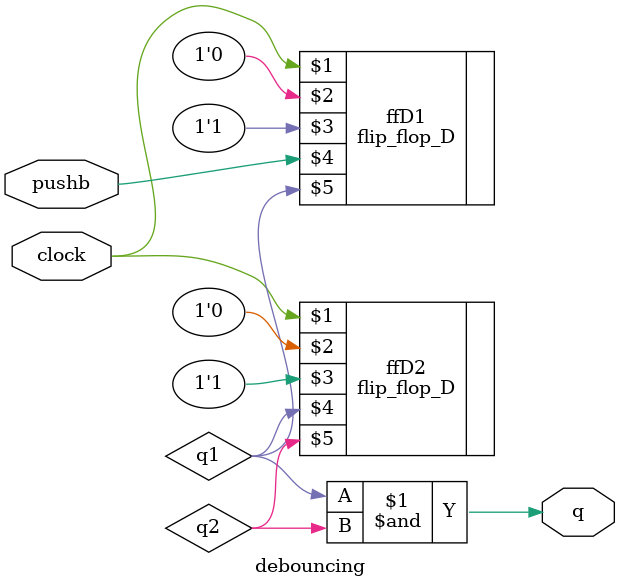
<source format=sv>
module debouncing(input logic clock, pushb, output logic q);

	logic q1, q2;
	
	flip_flop_D #(1) ffD1(clock, 1'b0, 1'b1, pushb, q1);
	flip_flop_D #(1) ffD2(clock, 1'b0, 1'b1, q1, q2);
	
	assign q = q1 & q2;	
	
endmodule 
</source>
